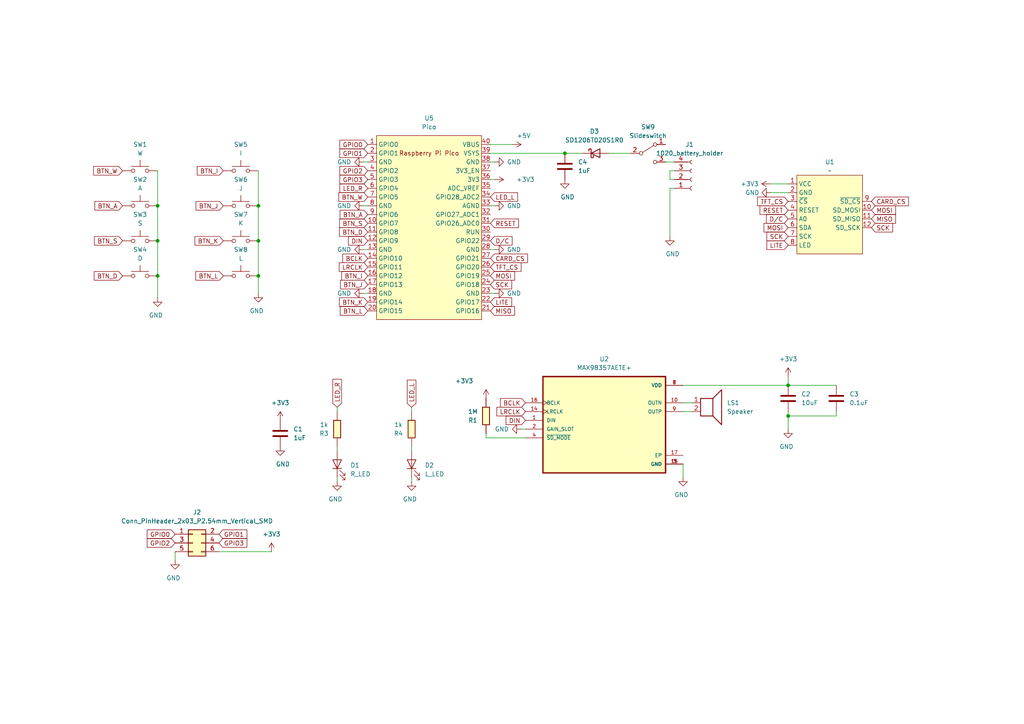
<source format=kicad_sch>
(kicad_sch (version 20231120) (generator "eeschema") (generator_version "8.0")
  (paper "A4")
  (lib_symbols
    (symbol "Connector:Conn_01x04_Female" (pin_names (offset 1.016) hide)
      (property "Reference" "J" (at 0 5.08 0))
      (property "Value" "Conn_01x04_Female" (at 0 -7.62 0))
      (symbol "Conn_01x04_Female_1_1"
        (arc (start 0 -4.572) (mid -0.5058 -5.08) (end 0 -5.588) (stroke (width 0.1524)))
        (arc (start 0 -2.032) (mid -0.5058 -2.54) (end 0 -3.048) (stroke (width 0.1524)))
        (polyline (pts (xy -1.27 -5.08) (xy -0.508 -5.08)) (stroke (width 0.1524)))
        (polyline (pts (xy -1.27 -2.54) (xy -0.508 -2.54)) (stroke (width 0.1524)))
        (polyline (pts (xy -1.27 0) (xy -0.508 0)) (stroke (width 0.1524)))
        (polyline (pts (xy -1.27 2.54) (xy -0.508 2.54)) (stroke (width 0.1524)))
        (arc (start 0 0.508) (mid -0.5058 0) (end 0 -0.508) (stroke (width 0.1524)))
        (arc (start 0 3.048) (mid -0.5058 2.54) (end 0 2.032) (stroke (width 0.1524)))
        (pin passive line (at -5.08 2.54 0) (length 3.81) (name "Pin_1") (number "1"))
        (pin passive line (at -5.08 0 0) (length 3.81) (name "Pin_2") (number "2"))
        (pin passive line (at -5.08 -2.54 0) (length 3.81) (name "Pin_3") (number "3"))
        (pin passive line (at -5.08 -5.08 0) (length 3.81) (name "Pin_4") (number "4"))
      )
    )
    (symbol "Device:D_Schottky" (pin_numbers hide) (pin_names (offset 1.016) hide)
      (property "Reference" "D" (at 0 2.54 0))
      (property "Value" "D_Schottky" (at 0 -2.54 0))
      (symbol "D_Schottky_0_1"
        (polyline (pts (xy 1.27 0) (xy -1.27 0)))
        (polyline (pts (xy 1.27 1.27) (xy 1.27 -1.27) (xy -1.27 0) (xy 1.27 1.27)) (stroke (width 0.254)))
        (polyline (pts (xy -1.905 0.635) (xy -1.905 1.27) (xy -1.27 1.27) (xy -1.27 -1.27) (xy -0.635 -1.27) (xy -0.635 -0.635)) (stroke (width 0.254)))
      )
      (symbol "D_Schottky_1_1"
        (pin passive line (at -3.81 0 0) (length 2.54) (name "K") (number "1"))
        (pin passive line (at 3.81 0 180) (length 2.54) (name "A") (number "2"))
      )
    )
    (symbol "Device:Speaker" (pin_names (offset 0) hide)
      (property "Reference" "LS" (at 1.27 5.715 0))
      (property "Value" "Speaker" (at 1.27 3.81 0))
      (symbol "Speaker_0_0"
        (rectangle (start -2.54 1.27) (end 1.016 -3.81) (stroke (width 0.254)))
        (polyline (pts (xy 1.016 1.27) (xy 3.556 3.81) (xy 3.556 -6.35) (xy 1.016 -3.81)) (stroke (width 0.254)))
      )
      (symbol "Speaker_1_1"
        (pin input line (at -5.08 0 0) (length 2.54) (name "1") (number "1"))
        (pin input line (at -5.08 -2.54 0) (length 2.54) (name "2") (number "2"))
      )
    )
    (symbol "MAX98357AETE_:MAX98357AETE+" (pin_names (offset 1.016))
      (property "Reference" "U" (at -17.8054 13.7414 0))
      (property "Value" "MAX98357AETE+" (at -17.8054 -19.2786 0))
      (symbol "MAX98357AETE+_0_0"
        (rectangle (start -17.78 -15.24) (end 17.78 12.7) (stroke (width 0.4064)) (fill (type background)))
        (pin input line (at -22.86 0 0) (length 5.08) (name "DIN") (number "1"))
        (pin output line (at 22.86 5.08 180) (length 5.08) (name "OUTN") (number "10"))
        (pin power_in line (at 22.86 -12.7 180) (length 5.08) (name "GND") (number "11"))
        (pin input clock (at -22.86 2.54 0) (length 5.08) (name "LRCLK") (number "14"))
        (pin power_in line (at 22.86 -12.7 180) (length 5.08) (name "GND") (number "15"))
        (pin input clock (at -22.86 5.08 0) (length 5.08) (name "BCLK") (number "16"))
        (pin power_in line (at 22.86 -10.16 180) (length 5.08) (name "EP") (number "17"))
        (pin input line (at -22.86 -2.54 0) (length 5.08) (name "GAIN_SLOT") (number "2"))
        (pin power_in line (at 22.86 -12.7 180) (length 5.08) (name "GND") (number "3"))
        (pin input line (at -22.86 -5.08 0) (length 5.08) (name "~{SD_MODE}") (number "4"))
        (pin power_in line (at 22.86 10.16 180) (length 5.08) (name "VDD") (number "7"))
        (pin power_in line (at 22.86 10.16 180) (length 5.08) (name "VDD") (number "8"))
        (pin output line (at 22.86 2.54 180) (length 5.08) (name "OUTP") (number "9"))
      )
    )
    (symbol "MCU_RaspberryPi_and_Boards:Pico"
      (property "Reference" "U5" (at 0 31.75 0))
      (property "Value" "Pico" (at 0 29.21 0))
      (symbol "Pico_0_0"
        (text "Raspberry Pi Pico" (at 0 21.59 0) (effects (font (size 1.27 1.27))))
      )
      (symbol "Pico_0_1"
        (rectangle (start -15.24 26.67) (end 15.24 -26.67) (fill (type background)))
      )
      (symbol "Pico_1_1"
        (pin bidirectional line (at -17.78 24.13 0) (length 2.54) (name "GPIO0") (number "1"))
        (pin bidirectional line (at -17.78 1.27 0) (length 2.54) (name "GPIO7") (number "10"))
        (pin bidirectional line (at -17.78 -1.27 0) (length 2.54) (name "GPIO8") (number "11"))
        (pin bidirectional line (at -17.78 -3.81 0) (length 2.54) (name "GPIO9") (number "12"))
        (pin power_in line (at -17.78 -6.35 0) (length 2.54) (name "GND") (number "13"))
        (pin bidirectional line (at -17.78 -8.89 0) (length 2.54) (name "GPIO10") (number "14"))
        (pin bidirectional line (at -17.78 -11.43 0) (length 2.54) (name "GPIO11") (number "15"))
        (pin bidirectional line (at -17.78 -13.97 0) (length 2.54) (name "GPIO12") (number "16"))
        (pin bidirectional line (at -17.78 -16.51 0) (length 2.54) (name "GPIO13") (number "17"))
        (pin power_in line (at -17.78 -19.05 0) (length 2.54) (name "GND") (number "18"))
        (pin bidirectional line (at -17.78 -21.59 0) (length 2.54) (name "GPIO14") (number "19"))
        (pin bidirectional line (at -17.78 21.59 0) (length 2.54) (name "GPIO1") (number "2"))
        (pin bidirectional line (at -17.78 -24.13 0) (length 2.54) (name "GPIO15") (number "20"))
        (pin bidirectional line (at 17.78 -24.13 180) (length 2.54) (name "GPIO16") (number "21"))
        (pin bidirectional line (at 17.78 -21.59 180) (length 2.54) (name "GPIO17") (number "22"))
        (pin power_in line (at 17.78 -19.05 180) (length 2.54) (name "GND") (number "23"))
        (pin bidirectional line (at 17.78 -16.51 180) (length 2.54) (name "GPIO18") (number "24"))
        (pin bidirectional line (at 17.78 -13.97 180) (length 2.54) (name "GPIO19") (number "25"))
        (pin bidirectional line (at 17.78 -11.43 180) (length 2.54) (name "GPIO20") (number "26"))
        (pin bidirectional line (at 17.78 -8.89 180) (length 2.54) (name "GPIO21") (number "27"))
        (pin power_in line (at 17.78 -6.35 180) (length 2.54) (name "GND") (number "28"))
        (pin bidirectional line (at 17.78 -3.81 180) (length 2.54) (name "GPIO22") (number "29"))
        (pin power_in line (at -17.78 19.05 0) (length 2.54) (name "GND") (number "3"))
        (pin input line (at 17.78 -1.27 180) (length 2.54) (name "RUN") (number "30"))
        (pin bidirectional line (at 17.78 1.27 180) (length 2.54) (name "GPIO26_ADC0") (number "31"))
        (pin bidirectional line (at 17.78 3.81 180) (length 2.54) (name "GPIO27_ADC1") (number "32"))
        (pin power_in line (at 17.78 6.35 180) (length 2.54) (name "AGND") (number "33"))
        (pin bidirectional line (at 17.78 8.89 180) (length 2.54) (name "GPIO28_ADC2") (number "34"))
        (pin power_in line (at 17.78 11.43 180) (length 2.54) (name "ADC_VREF") (number "35"))
        (pin power_in line (at 17.78 13.97 180) (length 2.54) (name "3V3") (number "36"))
        (pin input line (at 17.78 16.51 180) (length 2.54) (name "3V3_EN") (number "37"))
        (pin bidirectional line (at 17.78 19.05 180) (length 2.54) (name "GND") (number "38"))
        (pin power_in line (at 17.78 21.59 180) (length 2.54) (name "VSYS") (number "39"))
        (pin bidirectional line (at -17.78 16.51 0) (length 2.54) (name "GPIO2") (number "4"))
        (pin power_in line (at 17.78 24.13 180) (length 2.54) (name "VBUS") (number "40"))
        (pin bidirectional line (at -17.78 13.97 0) (length 2.54) (name "GPIO3") (number "5"))
        (pin bidirectional line (at -17.78 11.43 0) (length 2.54) (name "GPIO4") (number "6"))
        (pin bidirectional line (at -17.78 8.89 0) (length 2.54) (name "GPIO5") (number "7"))
        (pin power_in line (at -17.78 6.35 0) (length 2.54) (name "GND") (number "8"))
        (pin bidirectional line (at -17.78 3.81 0) (length 2.54) (name "GPIO6") (number "9"))
      )
    )
    (symbol "fab:BUTTON_B3SN" (pin_numbers hide) (pin_names (offset 1.016) hide)
      (property "Reference" "SW" (at 1.27 2.54 0))
      (property "Value" "BUTTON_B3SN" (at 0 -1.524 0))
      (symbol "BUTTON_B3SN_0_1"
        (circle (center -2.032 0) (radius 0.508))
        (polyline (pts (xy 0 1.27) (xy 0 3.048)))
        (polyline (pts (xy 2.54 1.27) (xy -2.54 1.27)))
        (circle (center 2.032 0) (radius 0.508))
        (pin passive line (at -5.08 0 0) (length 2.54) (name "1") (number "1"))
        (pin passive line (at 5.08 0 180) (length 2.54) (name "2") (number "2"))
      )
    )
    (symbol "fab:C" (pin_numbers hide) (pin_names (offset 0.254))
      (property "Reference" "C" (at 0.635 2.54 0))
      (property "Value" "C" (at 0.635 -2.54 0))
      (symbol "C_0_1"
        (polyline (pts (xy -2.032 -0.762) (xy 2.032 -0.762)) (stroke (width 0.508)))
        (polyline (pts (xy -2.032 0.762) (xy 2.032 0.762)) (stroke (width 0.508)))
      )
      (symbol "C_1_1"
        (pin passive line (at 0 3.81 270) (length 2.794) (name "~") (number "1"))
        (pin passive line (at 0 -3.81 90) (length 2.794) (name "~") (number "2"))
      )
    )
    (symbol "fab:Conn_PinHeader_2x03_P2.54mm_Vertical_SMD" (pin_names (offset 1.016) hide)
      (property "Reference" "J" (at 1.27 5.08 0))
      (property "Value" "Conn_PinHeader_2x03_P2.54mm_Vertical_SMD" (at 1.27 -5.08 0))
      (symbol "Conn_PinHeader_2x03_P2.54mm_Vertical_SMD_1_1"
        (rectangle (start -1.27 -2.413) (end 0 -2.667) (stroke (width 0.1524)))
        (rectangle (start -1.27 0.127) (end 0 -0.127) (stroke (width 0.1524)))
        (rectangle (start -1.27 2.667) (end 0 2.413) (stroke (width 0.1524)))
        (rectangle (start -1.27 3.81) (end 3.81 -3.81) (stroke (width 0.254)) (fill (type background)))
        (rectangle (start 3.81 -2.413) (end 2.54 -2.667) (stroke (width 0.1524)))
        (rectangle (start 3.81 0.127) (end 2.54 -0.127) (stroke (width 0.1524)))
        (rectangle (start 3.81 2.667) (end 2.54 2.413) (stroke (width 0.1524)))
        (pin passive line (at -5.08 2.54 0) (length 3.81) (name "Pin_1") (number "1"))
        (pin passive line (at 7.62 2.54 180) (length 3.81) (name "Pin_2") (number "2"))
        (pin passive line (at -5.08 0 0) (length 3.81) (name "Pin_3") (number "3"))
        (pin passive line (at 7.62 0 180) (length 3.81) (name "Pin_4") (number "4"))
        (pin passive line (at -5.08 -2.54 0) (length 3.81) (name "Pin_5") (number "5"))
        (pin passive line (at 7.62 -2.54 180) (length 3.81) (name "Pin_6") (number "6"))
      )
    )
    (symbol "fab:LED_1206" (pin_numbers hide) (pin_names (offset 1.016) hide)
      (property "Reference" "D" (at 0 2.54 0))
      (property "Value" "LED_1206" (at 0 -2.54 0))
      (symbol "LED_1206_0_1"
        (polyline (pts (xy -1.27 -1.27) (xy -1.27 1.27)) (stroke (width 0.2032)))
        (polyline (pts (xy -1.27 0) (xy 1.27 0)))
        (polyline (pts (xy 1.27 -1.27) (xy 1.27 1.27) (xy -1.27 0) (xy 1.27 -1.27)) (stroke (width 0.2032)))
        (polyline (pts (xy -3.048 -0.762) (xy -4.572 -2.286) (xy -3.81 -2.286) (xy -4.572 -2.286) (xy -4.572 -1.524)))
        (polyline (pts (xy -1.778 -0.762) (xy -3.302 -2.286) (xy -2.54 -2.286) (xy -3.302 -2.286) (xy -3.302 -1.524)))
      )
      (symbol "LED_1206_1_1"
        (pin passive line (at -3.81 0 0) (length 2.54) (name "K") (number "1"))
        (pin passive line (at 3.81 0 180) (length 2.54) (name "A") (number "2"))
      )
    )
    (symbol "fab:Power_+3V3" (power) (pin_names (offset 0))
      (property "Value" "Power_+3V3" (at 0 3.556 0))
      (symbol "Power_+3V3_0_1"
        (polyline (pts (xy -0.762 1.27) (xy 0 2.54)))
        (polyline (pts (xy 0 0) (xy 0 2.54)))
        (polyline (pts (xy 0 2.54) (xy 0.762 1.27)))
      )
      (symbol "Power_+3V3_1_1"
        (pin power_in line (at 0 0 90) (length 0) hide (name "+3V3") (number "1"))
      )
    )
    (symbol "fab:Power_+5V" (power) (pin_names (offset 0))
      (property "Value" "Power_+5V" (at 0 3.556 0))
      (symbol "Power_+5V_0_1"
        (polyline (pts (xy -0.762 1.27) (xy 0 2.54)))
        (polyline (pts (xy 0 0) (xy 0 2.54)))
        (polyline (pts (xy 0 2.54) (xy 0.762 1.27)))
      )
      (symbol "Power_+5V_1_1"
        (pin power_in line (at 0 0 90) (length 0) hide (name "+5V") (number "1"))
      )
    )
    (symbol "fab:Power_GND" (power) (pin_names (offset 0))
      (property "Value" "Power_GND" (at 0 -3.81 0))
      (symbol "Power_GND_0_1"
        (polyline (pts (xy 0 0) (xy 0 -1.27) (xy 1.27 -1.27) (xy 0 -2.54) (xy -1.27 -1.27) (xy 0 -1.27)))
      )
      (symbol "Power_GND_1_1"
        (pin power_in line (at 0 0 270) (length 0) hide (name "GND") (number "1"))
      )
    )
    (symbol "fab:R_1206" (pin_numbers hide) (pin_names (offset 0))
      (property "Reference" "R" (at 2.54 0 90))
      (property "Value" "R_1206" (at -2.54 0 90))
      (symbol "R_1206_0_1"
        (rectangle (start -1.016 -2.54) (end 1.016 2.54) (stroke (width 0.254)) (fill (type background)))
      )
      (symbol "R_1206_1_1"
        (pin passive line (at 0 5.08 270) (length 2.54) (name "~") (number "1"))
        (pin passive line (at 0 -5.08 90) (length 2.54) (name "~") (number "2"))
      )
    )
    (symbol "fab:SWITCH_AYZ0102AGRLC" (pin_names (offset 0) hide)
      (property "Reference" "SW" (at 0 4.318 0))
      (property "Value" "SWITCH_AYZ0102AGRLC" (at 0 -5.08 0))
      (symbol "SWITCH_AYZ0102AGRLC_0_0"
        (circle (center -2.032 0) (radius 0.508))
        (circle (center 2.032 -2.54) (radius 0.508))
      )
      (symbol "SWITCH_AYZ0102AGRLC_0_1"
        (polyline (pts (xy -1.524 0.254) (xy 1.651 2.286)))
        (circle (center 2.032 2.54) (radius 0.508))
      )
      (symbol "SWITCH_AYZ0102AGRLC_1_1"
        (pin passive line (at 5.08 2.54 180) (length 2.54) (name "A") (number "1"))
        (pin passive line (at -5.08 0 0) (length 2.54) (name "B") (number "2"))
        (pin passive line (at 5.08 -2.54 180) (length 2.54) (name "C") (number "3"))
      )
    )
    (symbol "sprig:TFT_MSP1803"
      (property "Reference" "U" (at 0 0 0))
      (symbol "TFT_MSP1803_0_1"
        (rectangle (start 2.54 22.86) (end 21.59 0) (fill (type background)))
      )
      (symbol "TFT_MSP1803_1_1"
        (pin input line (at 0 20.32 0) (length 2.54) (name "VCC") (number "1"))
        (pin input line (at 24.13 12.7 180) (length 2.54) (name "SD_MOSI") (number "10"))
        (pin input line (at 24.13 10.16 180) (length 2.54) (name "SD_MISO") (number "11"))
        (pin input line (at 24.13 7.62 180) (length 2.54) (name "SD_SCK") (number "12"))
        (pin power_in line (at 0 17.78 0) (length 2.54) (name "GND") (number "2"))
        (pin input line (at 0 15.24 0) (length 2.54) (name "~{CS}") (number "3"))
        (pin input line (at 0 12.7 0) (length 2.54) (name "RESET") (number "4"))
        (pin input line (at 0 10.16 0) (length 2.54) (name "A0") (number "5"))
        (pin input line (at 0 7.62 0) (length 2.54) (name "SDA") (number "6"))
        (pin input line (at 0 5.08 0) (length 2.54) (name "SCK") (number "7"))
        (pin input line (at 0 2.54 0) (length 2.54) (name "LED") (number "8"))
        (pin input line (at 24.13 15.24 180) (length 2.54) (name "~{SD_CS}") (number "9"))
      )
    )
  )
  (junction (at 228.6 111.76))
  (junction (at 163.83 44.45))
  (junction (at 228.6 120.65))
  (junction (at 74.93 69.85))
  (junction (at 45.72 59.69))
  (junction (at 45.72 69.85))
  (junction (at 74.93 80.01))
  (junction (at 74.93 59.69))
  (junction (at 45.72 80.01))
  (wire (pts (xy 223.52 55.88) (xy 228.6 55.88)))
  (wire (pts (xy 242.57 120.65) (xy 242.57 119.38)))
  (wire (pts (xy 168.91 44.45) (xy 163.83 44.45)))
  (wire (pts (xy 45.72 69.85) (xy 45.72 80.01)))
  (wire (pts (xy 143.51 46.99) (xy 142.24 46.99)))
  (wire (pts (xy 105.41 46.99) (xy 106.68 46.99)))
  (wire (pts (xy 50.8 162.56) (xy 50.8 160.02)))
  (wire (pts (xy 105.41 85.09) (xy 106.68 85.09)))
  (wire (pts (xy 105.41 72.39) (xy 106.68 72.39)))
  (wire (pts (xy 74.93 59.69) (xy 74.93 69.85)))
  (wire (pts (xy 194.31 52.07) (xy 194.31 49.53)))
  (wire (pts (xy 97.79 118.11) (xy 97.79 119.38)))
  (wire (pts (xy 151.13 124.46) (xy 152.4 124.46)))
  (wire (pts (xy 74.93 69.85) (xy 74.93 80.01)))
  (wire (pts (xy 119.38 118.11) (xy 119.38 119.38)))
  (wire (pts (xy 228.6 111.76) (xy 198.12 111.76)))
  (wire (pts (xy 228.6 109.22) (xy 228.6 111.76)))
  (wire (pts (xy 143.51 85.09) (xy 142.24 85.09)))
  (wire (pts (xy 152.4 127) (xy 140.97 127)))
  (wire (pts (xy 45.72 80.01) (xy 45.72 86.36)))
  (wire (pts (xy 97.79 139.7) (xy 97.79 138.43)))
  (wire (pts (xy 194.31 49.53) (xy 195.58 49.53)))
  (wire (pts (xy 105.41 59.69) (xy 106.68 59.69)))
  (wire (pts (xy 228.6 119.38) (xy 228.6 120.65)))
  (wire (pts (xy 119.38 129.54) (xy 119.38 130.81)))
  (wire (pts (xy 78.74 160.02) (xy 63.5 160.02)))
  (wire (pts (xy 74.93 80.01) (xy 74.93 85.09)))
  (wire (pts (xy 143.51 52.07) (xy 142.24 52.07)))
  (wire (pts (xy 223.52 53.34) (xy 228.6 53.34)))
  (wire (pts (xy 228.6 120.65) (xy 228.6 124.46)))
  (wire (pts (xy 200.66 119.38) (xy 198.12 119.38)))
  (wire (pts (xy 200.66 116.84) (xy 198.12 116.84)))
  (wire (pts (xy 97.79 129.54) (xy 97.79 130.81)))
  (wire (pts (xy 45.72 59.69) (xy 45.72 69.85)))
  (wire (pts (xy 45.72 49.53) (xy 45.72 59.69)))
  (wire (pts (xy 195.58 52.07) (xy 194.31 52.07)))
  (wire (pts (xy 195.58 54.61) (xy 194.31 54.61)))
  (wire (pts (xy 143.51 59.69) (xy 142.24 59.69)))
  (wire (pts (xy 193.04 46.99) (xy 195.58 46.99)))
  (wire (pts (xy 148.59 41.91) (xy 142.24 41.91)))
  (wire (pts (xy 194.31 54.61) (xy 194.31 68.58)))
  (wire (pts (xy 143.51 72.39) (xy 142.24 72.39)))
  (wire (pts (xy 198.12 138.43) (xy 198.12 134.62)))
  (wire (pts (xy 119.38 139.7) (xy 119.38 138.43)))
  (wire (pts (xy 228.6 111.76) (xy 242.57 111.76)))
  (wire (pts (xy 142.24 44.45) (xy 163.83 44.45)))
  (wire (pts (xy 74.93 49.53) (xy 74.93 59.69)))
  (wire (pts (xy 176.53 44.45) (xy 182.88 44.45)))
  (wire (pts (xy 140.97 127) (xy 140.97 125.73)))
  (wire (pts (xy 228.6 120.65) (xy 242.57 120.65)))
  (global_label "BTN_W" (shape input) (at 35.56 49.53 180) (property "Intersheetrefs" "${INTERSHEET_REFS}" (effects (hide yes))))
  (global_label "GPIO3" (shape input) (at 63.5 157.48 0) (property "Intersheetrefs" "${INTERSHEET_REFS}" (effects (hide yes))))
  (global_label "BTN_I" (shape input) (at 106.68 80.01 180) (property "Intersheetrefs" "${INTERSHEET_REFS}" (effects (hide yes))))
  (global_label "BTN_A" (shape input) (at 35.56 59.69 180) (property "Intersheetrefs" "${INTERSHEET_REFS}" (effects (hide yes))))
  (global_label "LED_L" (shape input) (at 142.24 57.15 0) (property "Intersheetrefs" "${INTERSHEET_REFS}" (effects (hide yes))))
  (global_label "MOSI" (shape input) (at 252.73 60.96 0) (property "Intersheetrefs" "${INTERSHEET_REFS}" (effects (hide yes))))
  (global_label "BTN_W" (shape input) (at 106.68 57.15 180) (property "Intersheetrefs" "${INTERSHEET_REFS}" (effects (hide yes))))
  (global_label "LED_L" (shape input) (at 119.38 118.11 90) (property "Intersheetrefs" "${INTERSHEET_REFS}" (effects (hide yes))))
  (global_label "MISO" (shape input) (at 252.73 63.5 0) (property "Intersheetrefs" "${INTERSHEET_REFS}" (effects (hide yes))))
  (global_label "BTN_L" (shape input) (at 64.77 80.01 180) (property "Intersheetrefs" "${INTERSHEET_REFS}" (effects (hide yes))))
  (global_label "BTN_J" (shape input) (at 106.68 82.55 180) (property "Intersheetrefs" "${INTERSHEET_REFS}" (effects (hide yes))))
  (global_label "BTN_D" (shape input) (at 35.56 80.01 180) (property "Intersheetrefs" "${INTERSHEET_REFS}" (effects (hide yes))))
  (global_label "LED_R" (shape input) (at 106.68 54.61 180) (property "Intersheetrefs" "${INTERSHEET_REFS}" (effects (hide yes))))
  (global_label "GPIO1" (shape input) (at 63.5 154.94 0) (property "Intersheetrefs" "${INTERSHEET_REFS}" (effects (hide yes))))
  (global_label "BTN_A" (shape input) (at 106.68 62.23 180) (property "Intersheetrefs" "${INTERSHEET_REFS}" (effects (hide yes))))
  (global_label "LITE" (shape input) (at 142.24 87.63 0) (property "Intersheetrefs" "${INTERSHEET_REFS}" (effects (hide yes))))
  (global_label "BCLK" (shape input) (at 106.68 74.93 180) (property "Intersheetrefs" "${INTERSHEET_REFS}" (effects (hide yes))))
  (global_label "DIN" (shape input) (at 106.68 69.85 180) (property "Intersheetrefs" "${INTERSHEET_REFS}" (effects (hide yes))))
  (global_label "LED_R" (shape input) (at 97.79 118.11 90) (property "Intersheetrefs" "${INTERSHEET_REFS}" (effects (hide yes))))
  (global_label "MOSI" (shape input) (at 142.24 80.01 0) (property "Intersheetrefs" "${INTERSHEET_REFS}" (effects (hide yes))))
  (global_label "LRCLK" (shape input) (at 106.68 77.47 180) (property "Intersheetrefs" "${INTERSHEET_REFS}" (effects (hide yes))))
  (global_label "SCK" (shape input) (at 142.24 82.55 0) (property "Intersheetrefs" "${INTERSHEET_REFS}" (effects (hide yes))))
  (global_label "BTN_I" (shape input) (at 64.77 49.53 180) (property "Intersheetrefs" "${INTERSHEET_REFS}" (effects (hide yes))))
  (global_label "BTN_J" (shape input) (at 64.77 59.69 180) (property "Intersheetrefs" "${INTERSHEET_REFS}" (effects (hide yes))))
  (global_label "D{slash}C" (shape input) (at 228.6 63.5 180) (property "Intersheetrefs" "${INTERSHEET_REFS}" (effects (hide yes))))
  (global_label "BTN_S" (shape input) (at 106.68 64.77 180) (property "Intersheetrefs" "${INTERSHEET_REFS}" (effects (hide yes))))
  (global_label "GPIO0" (shape input) (at 106.68 41.91 180) (property "Intersheetrefs" "${INTERSHEET_REFS}" (effects (hide yes))))
  (global_label "GPIO2" (shape input) (at 50.8 157.48 180) (property "Intersheetrefs" "${INTERSHEET_REFS}" (effects (hide yes))))
  (global_label "TFT_CS" (shape input) (at 142.24 77.47 0) (property "Intersheetrefs" "${INTERSHEET_REFS}" (effects (hide yes))))
  (global_label "RESET" (shape input) (at 228.6 60.96 180) (property "Intersheetrefs" "${INTERSHEET_REFS}" (effects (hide yes))))
  (global_label "MISO" (shape input) (at 142.24 90.17 0) (property "Intersheetrefs" "${INTERSHEET_REFS}" (effects (hide yes))))
  (global_label "D{slash}C" (shape input) (at 142.24 69.85 0) (property "Intersheetrefs" "${INTERSHEET_REFS}" (effects (hide yes))))
  (global_label "LRCLK" (shape input) (at 152.4 119.38 180) (property "Intersheetrefs" "${INTERSHEET_REFS}" (effects (hide yes))))
  (global_label "MOSI" (shape input) (at 228.6 66.04 180) (property "Intersheetrefs" "${INTERSHEET_REFS}" (effects (hide yes))))
  (global_label "GPIO1" (shape input) (at 106.68 44.45 180) (property "Intersheetrefs" "${INTERSHEET_REFS}" (effects (hide yes))))
  (global_label "GPIO3" (shape input) (at 106.68 52.07 180) (property "Intersheetrefs" "${INTERSHEET_REFS}" (effects (hide yes))))
  (global_label "SCK" (shape input) (at 228.6 68.58 180) (property "Intersheetrefs" "${INTERSHEET_REFS}" (effects (hide yes))))
  (global_label "GPIO2" (shape input) (at 106.68 49.53 180) (property "Intersheetrefs" "${INTERSHEET_REFS}" (effects (hide yes))))
  (global_label "BTN_K" (shape input) (at 106.68 87.63 180) (property "Intersheetrefs" "${INTERSHEET_REFS}" (effects (hide yes))))
  (global_label "BTN_L" (shape input) (at 106.68 90.17 180) (property "Intersheetrefs" "${INTERSHEET_REFS}" (effects (hide yes))))
  (global_label "LITE" (shape input) (at 228.6 71.12 180) (property "Intersheetrefs" "${INTERSHEET_REFS}" (effects (hide yes))))
  (global_label "BCLK" (shape input) (at 152.4 116.84 180) (property "Intersheetrefs" "${INTERSHEET_REFS}" (effects (hide yes))))
  (global_label "DIN" (shape input) (at 152.4 121.92 180) (property "Intersheetrefs" "${INTERSHEET_REFS}" (effects (hide yes))))
  (global_label "CARD_CS" (shape input) (at 142.24 74.93 0) (property "Intersheetrefs" "${INTERSHEET_REFS}" (effects (hide yes))))
  (global_label "TFT_CS" (shape input) (at 228.6 58.42 180) (property "Intersheetrefs" "${INTERSHEET_REFS}" (effects (hide yes))))
  (global_label "SCK" (shape input) (at 252.73 66.04 0) (property "Intersheetrefs" "${INTERSHEET_REFS}" (effects (hide yes))))
  (global_label "RESET" (shape input) (at 142.24 64.77 0) (property "Intersheetrefs" "${INTERSHEET_REFS}" (effects (hide yes))))
  (global_label "BTN_K" (shape input) (at 64.77 69.85 180) (property "Intersheetrefs" "${INTERSHEET_REFS}" (effects (hide yes))))
  (global_label "GPIO0" (shape input) (at 50.8 154.94 180) (property "Intersheetrefs" "${INTERSHEET_REFS}" (effects (hide yes))))
  (global_label "CARD_CS" (shape input) (at 252.73 58.42 0) (property "Intersheetrefs" "${INTERSHEET_REFS}" (effects (hide yes))))
  (global_label "BTN_S" (shape input) (at 35.56 69.85 180) (property "Intersheetrefs" "${INTERSHEET_REFS}" (effects (hide yes))))
  (global_label "BTN_D" (shape input) (at 106.68 67.31 180) (property "Intersheetrefs" "${INTERSHEET_REFS}" (effects (hide yes))))
  (symbol (lib_id "fab:Power_GND") (at 105.41 59.69 270) (unit 1)
    (property "Reference" "#PWR0105" (effects (hide yes)))
    (property "Value" "GND" (at 97.79 59.69 90) (effects (justify left)))
  )
  (symbol (lib_id "fab:Power_GND") (at 143.51 72.39 90) (unit 1)
    (property "Reference" "#PWR0102" (effects (hide yes)))
    (property "Value" "GND" (at 151.13 72.39 90) (effects (justify left)))
  )
  (symbol (lib_id "fab:Power_+3V3") (at 228.6 109.22 0) (unit 1)
    (property "Reference" "#PWR0117" (effects (hide yes)))
    (property "Value" "+3V3" (at 228.6 104.14 0))
  )
  (symbol (lib_id "fab:Power_GND") (at 228.6 124.46 0) (unit 1)
    (property "Reference" "#PWR0124" (effects (hide yes)))
    (property "Value" "GND" (at 226.06 129.54 0) (effects (justify left)))
  )
  (symbol (lib_id "fab:C") (at 163.83 48.26 0) (unit 1)
    (property "Reference" "C4" (at 167.64 46.9899 0) (effects (justify left)))
    (property "Value" "1uF" (at 167.64 49.5299 0) (effects (justify left)))
    (property "Footprint" "fab:C_1206" (effects (hide yes)))
  )
  (symbol (lib_id "fab:BUTTON_B3SN") (at 40.64 49.53 0) (unit 1)
    (property "Reference" "SW1" (at 40.64 41.91 0))
    (property "Value" "W" (at 40.64 44.45 0))
    (property "Footprint" "Button_Switch_THT:SW_PUSH-12mm_Wuerth-430476085716" (effects (hide yes)))
    (property "Datasheet" "https://omronfs.omron.com/en_US/ecb/products/pdf/en-b3sn.pdf" (effects (hide yes)))
  )
  (symbol (lib_id "fab:Power_GND") (at 45.72 86.36 0) (unit 1)
    (property "Reference" "#PWR0114" (effects (hide yes)))
    (property "Value" "GND" (at 43.18 91.44 0) (effects (justify left)))
  )
  (symbol (lib_id "fab:Power_GND") (at 105.41 72.39 270) (unit 1)
    (property "Reference" "#PWR0109" (effects (hide yes)))
    (property "Value" "GND" (at 97.79 72.39 90) (effects (justify left)))
  )
  (symbol (lib_id "fab:Power_+3V3") (at 78.74 160.02 0) (unit 1)
    (property "Reference" "#PWR0125" (effects (hide yes)))
    (property "Value" "+3V3" (at 78.74 154.94 0))
  )
  (symbol (lib_id "fab:Power_+3V3") (at 223.52 53.34 90) (unit 1)
    (property "Reference" "#PWR02" (effects (hide yes)))
    (property "Value" "+3V3" (at 217.424 53.34 90))
  )
  (symbol (lib_id "fab:SWITCH_AYZ0102AGRLC") (at 187.96 44.45 0) (unit 1)
    (property "Reference" "SW9" (at 187.96 36.83 0))
    (property "Value" "Slideswitch" (at 187.96 39.37 0))
    (property "Footprint" "slideSWSMD:slideswitchCK" (effects (hide yes)))
    (property "Datasheet" "https://www.ckswitches.com/media/1431/ayz.pdf" (effects (hide yes)))
  )
  (symbol (lib_id "fab:Power_+3V3") (at 81.28 121.92 0) (unit 1)
    (property "Reference" "#PWR0118" (effects (hide yes)))
    (property "Value" "+3V3" (at 81.28 116.84 0))
  )
  (symbol (lib_id "fab:Power_GND") (at 194.31 68.58 0) (unit 1)
    (property "Reference" "#PWR0106" (effects (hide yes)))
    (property "Value" "GND" (at 193.04 73.66 0) (effects (justify left)))
  )
  (symbol (lib_id "Connector:Conn_01x04_Female") (at 200.66 52.07 0) (mirror x) (unit 1)
    (property "Reference" "J1" (at 200.025 41.91 0))
    (property "Value" "1020_battery_holder" (at 200.025 44.45 0))
    (property "Footprint" "local:1022" (effects (hide yes)))
  )
  (symbol (lib_id "fab:R_1206") (at 119.38 124.46 0) (unit 1)
    (property "Reference" "R4" (at 115.57 125.73 0))
    (property "Value" "1k" (at 115.57 123.19 0))
    (property "Footprint" "fab:R_1206" (effects (hide yes)))
  )
  (symbol (lib_id "MAX98357AETE_:MAX98357AETE+") (at 175.26 121.92 0) (unit 1)
    (property "Reference" "U2" (at 175.26 104.14 0))
    (property "Value" "MAX98357AETE+" (at 175.26 106.68 0))
    (property "Footprint" "local:QFN50P300X300X80-17N" (effects (hide yes)))
    (property "MP" "MAX98357AETE+" (effects (hide yes)))
    (property "DESCRIPTION" "Audio Amp Speaker 1-CH Mono Class-D 16-Pin TQFN EP" (effects (hide yes)))
    (property "MANUFACTURER" "Maxim Integrated" (effects (hide yes)))
    (property "PACKAGE" "TQFN-16 Maxim Integrated" (effects (hide yes)))
    (property "STANDARD" "IPC7351B" (effects (hide yes)))
    (property "PRICE" "None" (effects (hide yes)))
  )
  (symbol (lib_id "fab:Power_GND") (at 143.51 59.69 90) (unit 1)
    (property "Reference" "#PWR0103" (effects (hide yes)))
    (property "Value" "GND" (at 151.13 59.69 90) (effects (justify left)))
  )
  (symbol (lib_id "fab:C") (at 228.6 115.57 0) (unit 1)
    (property "Reference" "C2" (at 232.41 114.2999 0) (effects (justify left)))
    (property "Value" "10uF" (at 232.41 116.8399 0) (effects (justify left)))
    (property "Footprint" "fab:C_1206" (effects (hide yes)))
  )
  (symbol (lib_id "fab:BUTTON_B3SN") (at 69.85 69.85 0) (unit 1)
    (property "Reference" "SW7" (at 69.85 62.23 0))
    (property "Value" "K" (at 69.85 64.77 0))
    (property "Footprint" "Button_Switch_THT:SW_PUSH-12mm_Wuerth-430476085716" (effects (hide yes)))
    (property "Datasheet" "https://omronfs.omron.com/en_US/ecb/products/pdf/en-b3sn.pdf" (effects (hide yes)))
  )
  (symbol (lib_id "fab:R_1206") (at 97.79 124.46 0) (unit 1)
    (property "Reference" "R3" (at 93.98 125.73 0))
    (property "Value" "1k" (at 93.98 123.19 0))
    (property "Footprint" "fab:R_1206" (effects (hide yes)))
  )
  (symbol (lib_id "fab:LED_1206") (at 119.38 134.62 90) (unit 1)
    (property "Reference" "D2" (at 123.19 134.9501 90) (effects (justify right)))
    (property "Value" "L_LED" (at 123.19 137.4901 90) (effects (justify right)))
    (property "Footprint" "fab:LED_1206" (effects (hide yes)))
    (property "Datasheet" "https://optoelectronics.liteon.com/upload/download/DS-22-98-0002/LTST-C150CKT.pdf" (effects (hide yes)))
  )
  (symbol (lib_id "fab:Power_GND") (at 50.8 162.56 0) (unit 1)
    (property "Reference" "#PWR0115" (effects (hide yes)))
    (property "Value" "GND" (at 48.26 167.64 0) (effects (justify left)))
  )
  (symbol (lib_id "fab:LED_1206") (at 97.79 134.62 90) (unit 1)
    (property "Reference" "D1" (at 101.6 134.9501 90) (effects (justify right)))
    (property "Value" "R_LED" (at 101.6 137.4901 90) (effects (justify right)))
    (property "Footprint" "fab:LED_1206" (effects (hide yes)))
    (property "Datasheet" "https://optoelectronics.liteon.com/upload/download/DS-22-98-0002/LTST-C150CKT.pdf" (effects (hide yes)))
  )
  (symbol (lib_id "sprig:TFT_MSP1803") (at 228.6 73.66 0) (unit 1)
    (property "Reference" "U1" (at 240.665 46.99 0))
    (property "Value" "~" (at 240.665 49.53 0))
    (property "Footprint" "sprig:TFT_MSP1803" (effects (hide yes)))
  )
  (symbol (lib_id "fab:Power_+3V3") (at 140.97 115.57 0) (unit 1)
    (property "Reference" "#PWR0122" (effects (hide yes)))
    (property "Value" "+3V3" (at 134.62 110.49 0))
  )
  (symbol (lib_id "fab:Power_GND") (at 119.38 139.7 0) (unit 1)
    (property "Reference" "#PWR0133" (effects (hide yes)))
    (property "Value" "GND" (at 116.84 144.78 0) (effects (justify left)))
  )
  (symbol (lib_id "MCU_RaspberryPi_and_Boards:Pico") (at 124.46 66.04 0) (unit 1)
    (property "Reference" "U5" (at 124.46 34.29 0))
    (property "Value" "Pico" (at 124.46 36.83 0))
    (property "Footprint" "fab:RPi_Pico_SMD_TH_mod" (effects (hide yes)))
  )
  (symbol (lib_id "fab:Power_GND") (at 81.28 129.54 0) (unit 1)
    (property "Reference" "#PWR0119" (effects (hide yes)))
    (property "Value" "GND" (at 80.01 134.62 0) (effects (justify left)))
  )
  (symbol (lib_id "Device:D_Schottky") (at 172.72 44.45 0) (unit 1)
    (property "Reference" "D3" (at 172.4025 38.1 0))
    (property "Value" "SD1206T020S1R0" (at 172.4025 40.64 0))
    (property "Footprint" "fab:Diode_Schotky_100V_1A_Mini_SMA" (effects (hide yes)))
  )
  (symbol (lib_id "fab:Power_GND") (at 74.93 85.09 0) (unit 1)
    (property "Reference" "#PWR0113" (effects (hide yes)))
    (property "Value" "GND" (at 72.39 90.17 0) (effects (justify left)))
  )
  (symbol (lib_id "fab:C") (at 242.57 115.57 0) (unit 1)
    (property "Reference" "C3" (at 246.38 114.2999 0) (effects (justify left)))
    (property "Value" "0.1uF" (at 246.38 116.8399 0) (effects (justify left)))
    (property "Footprint" "fab:C_1206" (effects (hide yes)))
  )
  (symbol (lib_id "fab:Power_+5V") (at 148.59 41.91 270) (unit 1)
    (property "Reference" "#PWR0116" (effects (hide yes)))
    (property "Value" "+5V" (at 149.86 39.37 90) (effects (justify left)))
  )
  (symbol (lib_id "fab:BUTTON_B3SN") (at 40.64 59.69 0) (unit 1)
    (property "Reference" "SW2" (at 40.64 52.07 0))
    (property "Value" "A" (at 40.64 54.61 0))
    (property "Footprint" "Button_Switch_THT:SW_PUSH-12mm_Wuerth-430476085716" (effects (hide yes)))
    (property "Datasheet" "https://omronfs.omron.com/en_US/ecb/products/pdf/en-b3sn.pdf" (effects (hide yes)))
  )
  (symbol (lib_id "fab:Power_GND") (at 97.79 139.7 0) (unit 1)
    (property "Reference" "#PWR0132" (effects (hide yes)))
    (property "Value" "GND" (at 95.25 144.78 0) (effects (justify left)))
  )
  (symbol (lib_id "fab:Power_GND") (at 223.52 55.88 270) (unit 1)
    (property "Reference" "#PWR01" (effects (hide yes)))
    (property "Value" "GND" (at 216.154 55.88 90) (effects (justify left)))
  )
  (symbol (lib_id "fab:Power_GND") (at 151.13 124.46 270) (unit 1)
    (property "Reference" "#PWR0120" (effects (hide yes)))
    (property "Value" "GND" (at 143.51 124.46 90) (effects (justify left)))
  )
  (symbol (lib_id "fab:Power_GND") (at 143.51 46.99 90) (unit 1)
    (property "Reference" "#PWR0108" (effects (hide yes)))
    (property "Value" "GND" (at 151.13 46.99 90) (effects (justify left)))
  )
  (symbol (lib_id "fab:Power_GND") (at 105.41 46.99 270) (unit 1)
    (property "Reference" "#PWR0111" (effects (hide yes)))
    (property "Value" "GND" (at 97.79 46.99 90) (effects (justify left)))
  )
  (symbol (lib_id "fab:BUTTON_B3SN") (at 69.85 49.53 0) (unit 1)
    (property "Reference" "SW5" (at 69.85 41.91 0))
    (property "Value" "I" (at 69.85 44.45 0))
    (property "Footprint" "Button_Switch_THT:SW_PUSH-12mm_Wuerth-430476085716" (effects (hide yes)))
    (property "Datasheet" "https://omronfs.omron.com/en_US/ecb/products/pdf/en-b3sn.pdf" (effects (hide yes)))
  )
  (symbol (lib_id "Device:Speaker") (at 205.74 116.84 0) (unit 1)
    (property "Reference" "LS1" (at 210.82 116.8399 0) (effects (justify left)))
    (property "Value" "Speaker" (at 210.82 119.3799 0) (effects (justify left)))
    (property "Footprint" "fab:CVS-1508" (effects (hide yes)))
  )
  (symbol (lib_id "fab:Power_+3V3") (at 143.51 52.07 270) (unit 1)
    (property "Reference" "#PWR0101" (effects (hide yes)))
    (property "Value" "+3V3" (at 152.4 52.07 90))
  )
  (symbol (lib_id "fab:R_1206") (at 140.97 120.65 0) (unit 1)
    (property "Reference" "R1" (at 137.16 121.92 0))
    (property "Value" "1M" (at 137.16 119.38 0))
    (property "Footprint" "fab:R_1206" (effects (hide yes)))
  )
  (symbol (lib_id "fab:Power_GND") (at 198.12 138.43 0) (unit 1)
    (property "Reference" "#PWR0121" (effects (hide yes)))
    (property "Value" "GND" (at 195.58 143.51 0) (effects (justify left)))
  )
  (symbol (lib_id "fab:BUTTON_B3SN") (at 40.64 69.85 0) (unit 1)
    (property "Reference" "SW3" (at 40.64 62.23 0))
    (property "Value" "S" (at 40.64 64.77 0))
    (property "Footprint" "Button_Switch_THT:SW_PUSH-12mm_Wuerth-430476085716" (effects (hide yes)))
    (property "Datasheet" "https://omronfs.omron.com/en_US/ecb/products/pdf/en-b3sn.pdf" (effects (hide yes)))
  )
  (symbol (lib_id "fab:Conn_PinHeader_2x03_P2.54mm_Vertical_SMD") (at 55.88 157.48 0) (unit 1)
    (property "Reference" "J2" (at 57.15 148.59 0))
    (property "Value" "Conn_PinHeader_2x03_P2.54mm_Vertical_SMD" (at 57.15 151.13 0))
    (property "Footprint" "fab:PinHeader_2x03_P2.54mm_Vertical_SMD" (effects (hide yes)))
    (property "Datasheet" "https://cdn.amphenol-icc.com/media/wysiwyg/files/drawing/95278.pdf" (effects (hide yes)))
  )
  (symbol (lib_id "fab:Power_GND") (at 163.83 52.07 0) (unit 1)
    (property "Reference" "#PWR0112" (effects (hide yes)))
    (property "Value" "GND" (at 162.56 57.15 0) (effects (justify left)))
  )
  (symbol (lib_id "fab:BUTTON_B3SN") (at 69.85 80.01 0) (unit 1)
    (property "Reference" "SW8" (at 69.85 72.39 0))
    (property "Value" "L" (at 69.85 74.93 0))
    (property "Footprint" "Button_Switch_THT:SW_PUSH-12mm_Wuerth-430476085716" (effects (hide yes)))
    (property "Datasheet" "https://omronfs.omron.com/en_US/ecb/products/pdf/en-b3sn.pdf" (effects (hide yes)))
  )
  (symbol (lib_id "fab:Power_GND") (at 105.41 85.09 270) (unit 1)
    (property "Reference" "#PWR0107" (effects (hide yes)))
    (property "Value" "GND" (at 97.79 85.09 90) (effects (justify left)))
  )
  (symbol (lib_id "fab:BUTTON_B3SN") (at 69.85 59.69 0) (unit 1)
    (property "Reference" "SW6" (at 69.85 52.07 0))
    (property "Value" "J" (at 69.85 54.61 0))
    (property "Footprint" "Button_Switch_THT:SW_PUSH-12mm_Wuerth-430476085716" (effects (hide yes)))
    (property "Datasheet" "https://omronfs.omron.com/en_US/ecb/products/pdf/en-b3sn.pdf" (effects (hide yes)))
  )
  (symbol (lib_id "fab:C") (at 81.28 125.73 0) (unit 1)
    (property "Reference" "C1" (at 85.09 124.4599 0) (effects (justify left)))
    (property "Value" "1uF" (at 85.09 126.9999 0) (effects (justify left)))
    (property "Footprint" "fab:C_1206" (effects (hide yes)))
  )
  (symbol (lib_id "fab:Power_GND") (at 143.51 85.09 90) (unit 1)
    (property "Reference" "#PWR0110" (effects (hide yes)))
    (property "Value" "GND" (at 151.13 85.09 90) (effects (justify left)))
  )
  (symbol (lib_id "fab:BUTTON_B3SN") (at 40.64 80.01 0) (unit 1)
    (property "Reference" "SW4" (at 40.64 72.39 0))
    (property "Value" "D" (at 40.64 74.93 0))
    (property "Footprint" "Button_Switch_THT:SW_PUSH-12mm_Wuerth-430476085716" (effects (hide yes)))
    (property "Datasheet" "https://omronfs.omron.com/en_US/ecb/products/pdf/en-b3sn.pdf" (effects (hide yes)))
  )
)
</source>
